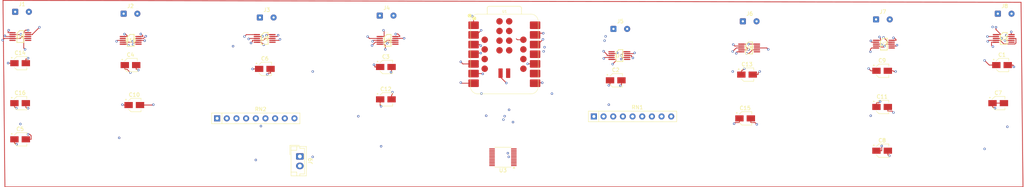
<source format=kicad_pcb>
(kicad_pcb (version 20240108) (generator "pcbnew") (generator_version "8.0")
  (layers (0 "F.Cu" signal) (1 "In1.Cu" signal) (2 "In2.Cu" signal) (3 "In3.Cu" signal) (4 "In4.Cu" signal) (5 "In5.Cu" signal) (6 "In6.Cu" signal) (7 "In7.Cu" signal) (8 "In8.Cu" signal) (9 "In9.Cu" signal) (10 "In10.Cu" signal) (11 "In11.Cu" signal) (12 "In12.Cu" signal) (13 "In13.Cu" signal) (14 "In14.Cu" signal) (15 "In15.Cu" signal) (16 "In16.Cu" signal) (17 "In17.Cu" signal) (18 "In18.Cu" signal) (19 "In19.Cu" signal) (20 "In20.Cu" signal) (21 "In21.Cu" signal) (22 "In22.Cu" signal) (31 "B.Cu" signal) (34 "B.Paste" user) (35 "F.Paste" user) (36 "B.SilkS" user "B.Silkscreen") (37 "F.SilkS" user "F.Silkscreen") (38 "B.Mask" user) (39 "F.Mask" user) (44 "Edge.Cuts" user))
  (net 0 "")
  (net 1 "Net-(U1-GND)")
  (net 2 "Net-(U2-REG)")
  (net 3 "Net-(U4-REG)")
  (net 4 "Net-(U5-REG)")
  (net 5 "Net-(U10-REG)")
  (net 6 "Net-(U6-REG)")
  (net 7 "Net-(U9-REG)")
  (net 8 "Net-(U7-REG)")
  (net 9 "Net-(J1-Pin_1)")
  (net 10 "Net-(J1-Pin_2)")
  (net 11 "Net-(J2-Pin_2)")
  (net 12 "Net-(J2-Pin_1)")
  (net 13 "Net-(J3-Pin_2)")
  (net 14 "Net-(J3-Pin_1)")
  (net 15 "Net-(J4-Pin_1)")
  (net 16 "Net-(J4-Pin_2)")
  (net 17 "Net-(J5-Pin_2)")
  (net 18 "Net-(J5-Pin_1)")
  (net 19 "Net-(J6-Pin_1)")
  (net 20 "Net-(J6-Pin_2)")
  (net 21 "Net-(J7-Pin_1)")
  (net 22 "Net-(J7-Pin_2)")
  (net 23 "Net-(J8-Pin_1)")
  (net 24 "Net-(J8-Pin_2)")
  (net 25 "Net-(J9-Pin_1)")
  (net 26 "Net-(J9-Pin_2)")
  (net 29 "Net-(U1-PA08_A11_D11_SAMD11_TX)")
  (net 31 "Net-(U1-PC01_A1_D1)")
  (net 32 "Net-(U1-PC05_A5_D5_SCL)")
  (net 33 "Net-(U1-PA03_A8_D8_SCK)")
  (net 35 "Net-(U1-PC00_A0_D0)")
  (net 38 "Net-(U1-PC06_A6_D6_TX)")
  (net 41 "Net-(U1-PC02_A2_D2)")
  (net 43 "Net-(U1-PA04_A9_D9_MISO)")
  (net 47 "Net-(U1-PC04_A4_D4_SDA)")
  (net 52 "Net-(U1-PC07_A7_D7_RX)")
  (net 53 "Net-(U1-PC03_A3_D3)")
  (net 56 "Net-(RN1-common)")
  (net 64 "Net-(RN1-R6)")
  (net 65 "Net-(RN1-R7)")
  (net 66 "Net-(RN1-R2)")
  (net 67 "Net-(RN1-R8)")
  (net 68 "Net-(RN1-R5)")
  (net 69 "Net-(RN1-R3)")
  (net 70 "Net-(RN1-R1)")
  (net 71 "Net-(RN1-R4)")
  (net 72 "Net-(RN2-R5)")
  (net 73 "Net-(RN2-R6)")
  (net 74 "Net-(RN2-R7)")
  (net 75 "Net-(RN2-R4)")
  (net 76 "Net-(RN2-R8)")
  (net 77 "Net-(RN2-R2)")
  (net 78 "Net-(RN2-R3)")
  (net 79 "Net-(RN2-R1)")
  (footprint "Capacitor_SMD:CP_Elec_3x5.3" (layer "F.Cu") (at 244.5 40.5)
    (property "Reference" "C11")
    (property "Value" "1 µF")
  )
  (footprint "Capacitor_SMD:CP_Elec_3x5.3" (layer "F.Cu") (at 244.5 31)
    (property "Reference" "C9")
    (property "Value" "1 µF")
  )
  (footprint "DRV2605L:DGS0010A" (layer "F.Cu") (at 244.95 24)
    (property "Reference" "U7")
    (property "Value" "DRV2605LDGS")
  )
  (footprint "Connector_Wire:SolderWire-0.1sqmm_1x02_P3.6mm_D0.4mm_OD1mm" (layer "F.Cu") (at 242.9 17.5)
    (property "Reference" "J7")
    (property "Value" "Conn_01x02")
  )
  (footprint "Capacitor_SMD:CP_Elec_3x5.3" (layer "F.Cu") (at 276 29.5)
    (property "Reference" "C1")
    (property "Value" "1 µF")
  )
  (footprint "DRV2605L:DGS0010A" (layer "F.Cu") (at 82.25 22.5)
    (property "Reference" "U9")
    (property "Value" "DRV2605LDGS")
  )
  (footprint "Capacitor_SMD:CP_Elec_3x5.3" (layer "F.Cu") (at 82.3 30.5)
    (property "Reference" "C6")
    (property "Value" "1 µF")
  )
  (footprint "DRV2605L:DGS0010A" (layer "F.Cu") (at 276.45 22.5)
    (property "Reference" "U2")
    (property "Value" "DRV2605LDGS")
  )
  (footprint "Connector_Wire:SolderWire-0.1sqmm_1x02_P3.6mm_D0.4mm_OD1mm" (layer "F.Cu") (at 274.9 16)
    (property "Reference" "J8")
    (property "Value" "Conn_01x02")
  )
  (footprint "Capacitor_SMD:CP_Elec_3x5.3" (layer "F.Cu") (at 174.5 33.5)
    (property "Reference" "C2")
    (property "Value" "1 µF")
  )
  (footprint "Capacitor_SMD:CP_Elec_3x5.3" (layer "F.Cu") (at 18 49)
    (property "Reference" "C5")
    (property "Value" "1 µF")
  )
  (footprint "DRV2605L:DGS0010A" (layer "F.Cu") (at 114.55 23)
    (property "Reference" "U5")
    (property "Value" "DRV2605LDGS")
  )
  (footprint "Capacitor_SMD:CP_Elec_3x5.3" (layer "F.Cu") (at 48 40)
    (property "Reference" "C10")
    (property "Value" "1 µF")
  )
  (footprint "Capacitor_SMD:CP_Elec_3x5.3" (layer "F.Cu") (at 114.1 30)
    (property "Reference" "C3")
    (property "Value" "1 µF")
  )
  (footprint "Connector_Wire:SolderWire-0.1sqmm_1x02_P3.6mm_D0.4mm_OD1mm" (layer "F.Cu") (at 45.2 16)
    (property "Reference" "J2")
    (property "Value" "Conn_01x02")
  )
  (footprint "Capacitor_SMD:CP_Elec_3x5.3" (layer "F.Cu") (at 208.5 43.5)
    (property "Reference" "C15")
    (property "Value" "1 µF")
  )
  (footprint "DRV2605L:DGS0010A" (layer "F.Cu") (at 209.55 25)
    (property "Reference" "U8")
    (property "Value" "DRV2605LDGS")
  )
  (footprint "Connector_Wire:SolderWire-0.1sqmm_1x02_P3.6mm_D0.4mm_OD1mm" (layer "F.Cu") (at 207.9 18)
    (property "Reference" "J6")
    (property "Value" "Conn_01x02")
  )
  (footprint "Capacitor_SMD:CP_Elec_3x5.3" (layer "F.Cu") (at 18 29)
    (property "Reference" "C14")
    (property "Value" "1 µF")
  )
  (footprint "Connector_Wire:SolderWire-0.1sqmm_1x02_P3.6mm_D0.4mm_OD1mm" (layer "F.Cu") (at 81 17)
    (property "Reference" "J3")
    (property "Value" "Conn_01x02")
  )
  (footprint "Capacitor_SMD:CP_Elec_3x5.3" (layer "F.Cu") (at 209 32)
    (property "Reference" "C13")
    (property "Value" "1 µF")
  )
  (footprint "DRV2605L:DGS0010A" (layer "F.Cu") (at 175.45 27)
    (property "Reference" "U4")
    (property "Value" "DRV2605LDGS")
  )
  (footprint "Resistor_THT:R_Array_SIP9" (layer "F.Cu") (at 69.76 43.5)
    (property "Reference" "RN2")
    (property "Value" "R_Network08_US")
  )
  (footprint "Connector_JST:JST_EH_B2B-EH-A_1x02_P2.50mm_Vertical" (layer "F.Cu") (at 91.5 53.5 -90)
    (property "Reference" "J9")
    (property "Value" "Conn_01x02")
  )
  (footprint "DRV2605L:DGS0010A" (layer "F.Cu") (at 47.05 23)
    (property "Reference" "U10")
    (property "Value" "DRV2605LDGS")
  )
  (footprint "Package_SO:TSSOP-24_4.4x5mm_P0.4mm" (layer "F.Cu") (at 144.8625 53.7 180)
    (property "Reference" "U3")
    (property "Value" "TCA9548APWR")
  )
  (footprint "Connector_Wire:SolderWire-0.1sqmm_1x02_P3.6mm_D0.4mm_OD1mm" (layer "F.Cu") (at 112.5 16.5)
    (property "Reference" "J4")
    (property "Value" "Conn_01x02")
  )
  (footprint "Capacitor_SMD:CP_Elec_3x5.3" (layer "F.Cu") (at 18 39.5)
    (property "Reference" "C16")
    (property "Value" "1 µF")
  )
  (footprint "Resistor_THT:R_Array_SIP9" (layer "F.Cu") (at 168.76 43)
    (property "Reference" "RN1")
    (property "Value" "R_Network08_US")
  )
  (footprint "Capacitor_SMD:CP_Elec_3x5.3" (layer "F.Cu") (at 114.1 38.5)
    (property "Reference" "C12")
    (property "Value" "1 µF")
  )
  (footprint "Connector_Wire:SolderWire-0.1sqmm_1x02_P3.6mm_D0.4mm_OD1mm" (layer "F.Cu") (at 16.7 15.5)
    (property "Reference" "J1")
    (property "Value" "Conn_01x02")
  )
  (footprint "Capacitor_SMD:CP_Elec_3x5.3" (layer "F.Cu") (at 275 39.5)
    (property "Reference" "C7")
    (property "Value" "1 µF")
  )
  (footprint "Capacitor_SMD:CP_Elec_3x5.3" (layer "F.Cu") (at 47 29.5)
    (property "Reference" "C4")
    (property "Value" "1 µF")
  )
  (footprint "Connector_Wire:SolderWire-0.1sqmm_1x02_P3.6mm_D0.4mm_OD1mm" (layer "F.Cu") (at 173.9 20)
    (property "Reference" "J5")
    (property "Value" "Conn_01x02")
  )
  (footprint "DRV2605L:DGS0010A" (layer "F.Cu") (at 18.05 22)
    (property "Reference" "U6")
    (property "Value" "DRV2605LDGS")
  )
  (footprint "SeeedStudio Xiao Series:XIAO-MG24-SMD" (layer "F.Cu") (at 145.23 26.65 90)
    (property "Reference" "U1")
    (property "Value" "XIAO-MG24-SMD")
  )
  (footprint "Capacitor_SMD:CP_Elec_3x5.3" (layer "F.Cu") (at 244.5 52)
    (property "Reference" "C8")
    (property "Value" "1 µF")
  )
  (gr_line (start 281 13) (end 13.5 12.5) (stroke (width 0.2)) (layer "F.Cu") (net 1))
  (gr_line (start 281.5 61.5) (end 281 13) (stroke (width 0.2)) (layer "F.Cu") (net 1))
  (gr_line (start 14 61.5) (end 281.5 61.5) (stroke (width 0.2)) (layer "F.Cu") (net 1))
  (gr_line (start 13.5 12.5) (end 14 61.5) (stroke (width 0.2)) (layer "F.Cu") (net 1))
  (segment (start 16 22.5) (end 17.1517 22.5) (width 0.2) (layer "F.Cu") (net 1))
  (segment (start 46.0926 30.6017) (end 45.5 30.6017) (width 0.2) (layer "F.Cu") (net 1))
  (segment (start 112.6 40.0866) (end 112.6 38.5) (width 0.2) (layer "F.Cu") (net 1))
  (segment (start 178.6517 27) (end 178.6517 27.2515) (width 0.2) (layer "F.Cu") (net 1))
  (segment (start 50.6284 23) (end 49.1 23) (width 0.2) (layer "F.Cu") (net 1))
  (segment (start 16.5 29) (end 14.8673 29) (width 0.2) (layer "F.Cu") (net 1))
  (segment (start 79.0483 23.3081) (end 78.6632 23.6932) (width 0.2) (layer "F.Cu") (net 1))
  (segment (start 272.5333 23) (end 272.2524 23.2809) (width 0.2) (layer "F.Cu") (net 1))
  (segment (start 208.6517 24) (end 208.6517 24.6573) (width 0.2) (layer "F.Cu") (net 1))
  (segment (start 173 34.6017) (end 172.9007 34.6017) (width 0.2) (layer "F.Cu") (net 1))
  (segment (start 80.2 23) (end 81.9174 23) (width 0.2) (layer "F.Cu") (net 1))
  (segment (start 241.5399 31) (end 240.9514 30.4115) (width 0.2) (layer "F.Cu") (net 1))
  (segment (start 79.3796 30.5187) (end 79.3983 30.5) (width 0.2) (layer "F.Cu") (net 1))
  (segment (start 173 33.5) (end 173 34.6017) (width 0.2) (layer "F.Cu") (net 1))
  (segment (start 273.5 39.5) (end 273.5 40.6017) (width 0.2) (layer "F.Cu") (net 1))
  (segment (start 16.5 50.1017) (end 16.8761 50.1017) (width 0.2) (layer "F.Cu") (net 1))
  (segment (start 244.8605 24.7633) (end 245.1238 24.5) (width 0.2) (layer "F.Cu") (net 1))
  (segment (start 153.7494 21.1331) (end 153.3125 21.57) (width 0.2) (layer "F.Cu") (net 1))
  (segment (start 278.5 22.5) (end 279.6517 22.5) (width 0.2) (layer "F.Cu") (net 1))
  (segment (start 207 44.6017) (end 205.8983 44.6017) (width 0.2) (layer "F.Cu") (net 1))
  (segment (start 45.0024 39.9041) (end 44.866 39.9041) (width 0.2) (layer "F.Cu") (net 1))
  (segment (start 214.5707 25.3762) (end 214.1945 25) (width 0.2) (layer "F.Cu") (net 1))
  (segment (start 82.4174 22.5) (end 84.3 22.5) (width 0.2) (layer "F.Cu") (net 1))
  (segment (start 274.1574 40.8293) (end 273.9298 40.6017) (width 0.2) (layer "F.Cu") (net 1))
  (segment (start 276.4785 23.9555) (end 279.3868 23.9555) (width 0.2) (layer "F.Cu") (net 1))
  (segment (start 243 40.5) (end 243 39.3983) (width 0.2) (layer "F.Cu") (net 1))
  (segment (start 111.1983 30) (end 111.1983 29.6271) (width 0.2) (layer "F.Cu") (net 1))
  (segment (start 205.8983 44.6017) (end 205.5947 44.9053) (width 0.2) (layer "F.Cu") (net 1))
  (segment (start 112.6 30) (end 111.1983 30) (width 0.2) (layer "F.Cu") (net 1))
  (segment (start 171.6291 27.5) (end 173.4 27.5) (width 0.2) (layer "F.Cu") (net 1))
  (segment (start 177.5 27) (end 178.6517 27) (width 0.2) (layer "F.Cu") (net 1))
  (segment (start 46.9614 31.4705) (end 46.0926 30.6017) (width 0.2) (layer "F.Cu") (net 1))
  (segment (start 274.4 23) (end 275.523 23) (width 0.2) (layer "F.Cu") (net 1))
  (segment (start 244.4017 52) (end 244.4017 50.7452) (width 0.2) (layer "F.Cu") (net 1))
  (segment (start 47.5895 23.2254) (end 47.3149 23.5) (width 0.2) (layer "F.Cu") (net 1))
  (segment (start 80.8 30.5) (end 79.3983 30.5) (width 0.2) (layer "F.Cu") (net 1))
  (segment (start 111.1983 29.6271) (end 110.9794 29.4082) (width 0.2) (layer "F.Cu") (net 1))
  (segment (start 18.504 22) (end 20.1 22) (width 0.2) (layer "F.Cu") (net 1))
  (segment (start 113.8725 23.5) (end 112.5 23.5) (width 0.2) (layer "F.Cu") (net 1))
  (segment (start 243 31) (end 241.5399 31) (width 0.2) (layer "F.Cu") (net 1))
  (segment (start 79.067 30.5187) (end 79.3796 30.5187) (width 0.2) (layer "F.Cu") (net 1))
  (segment (start 208.6517 24.6573) (end 209.4328 25.4384) (width 0.2) (layer "F.Cu") (net 1))
  (segment (start 243.7745 24.5) (end 244.0378 24.7633) (width 0.2) (layer "F.Cu") (net 1))
  (segment (start 275.523 23) (end 276.4785 23.9555) (width 0.2) (layer "F.Cu") (net 1))
  (segment (start 16.5 49) (end 16.5 50.1017) (width 0.2) (layer "F.Cu") (net 1))
  (segment (start 79.0483 23) (end 79.0483 23.3081) (width 0.2) (layer "F.Cu") (net 1))
  (segment (start 243 52) (end 244.4017 52) (width 0.2) (layer "F.Cu") (net 1))
  (segment (start 279.6517 23.6906) (end 279.6517 22.5) (width 0.2) (layer "F.Cu") (net 1))
  (segment (start 171.3771 27.752) (end 171.6291 27.5) (width 0.2) (layer "F.Cu") (net 1))
  (segment (start 207.5 24) (end 208.6517 24) (width 0.2) (layer "F.Cu") (net 1))
  (segment (start 273.5 39.5) (end 276.5 39.5) (width 0.2) (layer "F.Cu") (net 1))
  (segment (start 17.0014 40.8293) (end 16.7738 40.6017) (width 0.2) (layer "F.Cu") (net 1))
  (segment (start 14.8673 29) (end 14.8348 28.9675) (width 0.2) (layer "F.Cu") (net 1))
  (segment (start 209.4328 25.4384) (end 209.4328 25.44) (width 0.2) (layer "F.Cu") (net 1))
  (segment (start 112.5 23.5) (end 111.3158 23.5) (width 0.2) (layer "F.Cu") (net 1))
  (segment (start 80.2 23) (end 79.0483 23) (width 0.2) (layer "F.Cu") (net 1))
  (segment (start 111.3158 23.5) (end 110.4678 24.348) (width 0.2) (layer "F.Cu") (net 1))
  (segment (start 274.5 29.5) (end 272.6366 29.5) (width 0.2) (layer "F.Cu") (net 1))
  (segment (start 242.9 24.5) (end 243.7745 24.5) (width 0.2) (layer "F.Cu") (net 1))
  (segment (start 47.3149 23.5) (end 45 23.5) (width 0.2) (layer "F.Cu") (net 1))
  (segment (start 45.5 29.5) (end 45.5 30.6017) (width 0.2) (layer "F.Cu") (net 1))
  (segment (start 18.004 22.5) (end 18.504 22) (width 0.2) (layer "F.Cu") (net 1))
  (segment (start 207.5 32) (end 207.5 30.8983) (width 0.2) (layer "F.Cu") (net 1))
  (segment (start 209.3712 25.5) (end 207.5 25.5) (width 0.2) (layer "F.Cu") (net 1))
  (segment (start 214.1945 25) (end 211.6 25) (width 0.2) (layer "F.Cu") (net 1))
  (segment (start 207.8146 30.8983) (end 207.5 30.8983) (width 0.2) (layer "F.Cu") (net 1))
  (segment (start 17.1517 22.5) (end 18.004 22.5) (width 0.2) (layer "F.Cu") (net 1))
  (segment (start 114.3725 23) (end 113.8725 23.5) (width 0.2) (layer "F.Cu") (net 1))
  (segment (start 81.9174 23) (end 82.4174 22.5) (width 0.2) (layer "F.Cu") (net 1))
  (segment (start 45.0983 40) (end 45.0024 39.9041) (width 0.2) (layer "F.Cu") (net 1))
  (segment (start 273.9298 40.6017) (end 273.5 40.6017) (width 0.2) (layer "F.Cu") (net 1))
  (segment (start 243.9474 39.0764) (end 243.6255 39.3983) (width 0.2) (layer "F.Cu") (net 1))
  (segment (start 272.6366 29.5) (end 271.4187 28.2821) (width 0.2) (layer "F.Cu") (net 1))
  (segment (start 16.5 39.5) (end 16.5 40.6017) (width 0.2) (layer "F.Cu") (net 1))
  (segment (start 207 43.5) (end 207 44.6017) (width 0.2) (layer "F.Cu") (net 1))
  (segment (start 155.4575 21.1331) (end 153.7494 21.1331) (width 0.2) (layer "F.Cu") (net 1))
  (segment (start 274.4 23) (end 272.5333 23) (width 0.2) (layer "F.Cu") (net 1))
  (segment (start 247 24) (end 245.6238 24) (width 0.2) (layer "F.Cu") (net 1))
  (segment (start 208.2454 30.4675) (end 207.8146 30.8983) (width 0.2) (layer "F.Cu") (net 1))
  (segment (start 50.7284 23.1) (end 50.6284 23) (width 0.2) (layer "F.Cu") (net 1))
  (segment (start 279.3868 23.9555) (end 279.6517 23.6906) (width 0.2) (layer "F.Cu") (net 1))
  (segment (start 13.3951 22.9415) (end 13.8366 22.5) (width 0.2) (layer "F.Cu") (net 1))
  (segment (start 245.6238 24) (end 245.1238 24.5) (width 0.2) (layer "F.Cu") (net 1))
  (segment (start 243.6255 39.3983) (end 243 39.3983) (width 0.2) (layer "F.Cu") (net 1))
  (segment (start 46.5 40) (end 45.0983 40) (width 0.2) (layer "F.Cu") (net 1))
  (segment (start 244.0378 24.7633) (end 244.8605 24.7633) (width 0.2) (layer "F.Cu") (net 1))
  (segment (start 13.8366 22.5) (end 16 22.5) (width 0.2) (layer "F.Cu") (net 1))
  (segment (start 116.6 23) (end 114.3725 23) (width 0.2) (layer "F.Cu") (net 1))
  (segment (start 172.9007 34.6017) (end 172.6827 34.8197) (width 0.2) (layer "F.Cu") (net 1))
  (segment (start 16.8761 50.1017) (end 17.0955 50.3211) (width 0.2) (layer "F.Cu") (net 1))
  (segment (start 209.4328 25.4384) (end 209.3712 25.5) (width 0.2) (layer "F.Cu") (net 1))
  (segment (start 16.7738 40.6017) (end 16.5 40.6017) (width 0.2) (layer "F.Cu") (net 1))
  (segment (start 178.6517 27.2515) (end 179.0176 27.6174) (width 0.2) (layer "F.Cu") (net 1))
  (segment (start 112.8427 40.3293) (end 112.6 40.0866) (width 0.2) (layer "F.Cu") (net 1))
  (via (at 17.0955 50.3211) (size 0.6) (drill 0.3) (layers "F.Cu" "B.Cu") (net 1))
  (via (at 171.3771 27.752) (size 0.6) (drill 0.3) (layers "F.Cu" "B.Cu") (net 1))
  (via (at 205.5947 44.9053) (size 0.6) (drill 0.3) (layers "F.Cu" "B.Cu") (net 1))
  (via (at 14.8348 28.9675) (size 0.6) (drill 0.3) (layers "F.Cu" "B.Cu") (net 1))
  (via (at 179.0176 27.6174) (size 0.6) (drill 0.3) (layers "F.Cu" "B.Cu") (net 1))
  (via (at 47.5895 23.2254) (size 0.6) (drill 0.3) (layers "F.Cu" "B.Cu") (net 1))
  (via (at 110.4678 24.348) (size 0.6) (drill 0.3) (layers "F.Cu" "B.Cu") (net 1))
  (via (at 172.6827 34.8197) (size 0.6) (drill 0.3) (layers "F.Cu" "B.Cu") (net 1))
  (via (at 112.8427 40.3293) (size 0.6) (drill 0.3) (layers "F.Cu" "B.Cu") (net 1))
  (via (at 208.2454 30.4675) (size 0.6) (drill 0.3) (layers "F.Cu" "B.Cu") (net 1))
  (via (at 50.7284 23.1) (size 0.6) (drill 0.3) (layers "F.Cu" "B.Cu") (net 1))
  (via (at 209.4328 25.44) (size 0.6) (drill 0.3) (layers "F.Cu" "B.Cu") (net 1))
  (via (at 272.2524 23.2809) (size 0.6) (drill 0.3) (layers "F.Cu" "B.Cu") (net 1))
  (via (at 171.5663 23.0869) (size 0.6) (drill 0.3) (layers "F.Cu" "B.Cu") (net 1))
  (via (at 79.067 30.5187) (size 0.6) (drill 0.3) (layers "F.Cu" "B.Cu") (net 1))
  (via (at 46.9614 31.4705) (size 0.6) (drill 0.3) (layers "F.Cu" "B.Cu") (net 1))
  (via (at 244.4017 50.7452) (size 0.6) (drill 0.3) (layers "F.Cu" "B.Cu") (net 1))
  (via (at 243.9474 39.0764) (size 0.6) (drill 0.3) (layers "F.Cu" "B.Cu") (net 1))
  (via (at 44.866 39.9041) (size 0.6) (drill 0.3) (layers "F.Cu" "B.Cu") (net 1))
  (via (at 17.0014 40.8293) (size 0.6) (drill 0.3) (layers "F.Cu" "B.Cu") (net 1))
  (via (at 240.9514 30.4115) (size 0.6) (drill 0.3) (layers "F.Cu" "B.Cu") (net 1))
  (via (at 274.1574 40.8293) (size 0.6) (drill 0.3) (layers "F.Cu" "B.Cu") (net 1))
  (via (at 78.6632 23.6932) (size 0.6) (drill 0.3) (layers "F.Cu" "B.Cu") (net 1))
  (via (at 271.4187 28.2821) (size 0.6) (drill 0.3) (layers "F.Cu" "B.Cu") (net 1))
  (via (at 110.9794 29.4082) (size 0.6) (drill 0.3) (layers "F.Cu" "B.Cu") (net 1))
  (via (at 155.4575 21.1331) (size 0.6) (drill 0.3) (layers "F.Cu" "B.Cu") (net 1))
  (via (at 13.3951 22.9415) (size 0.6) (drill 0.3) (layers "F.Cu" "B.Cu") (net 1))
  (via (at 214.5707 25.3762) (size 0.6) (drill 0.3) (layers "F.Cu" "B.Cu") (net 1))
  (via (at 245.1238 24.5) (size 0.6) (drill 0.3) (layers "F.Cu" "B.Cu") (net 1))
  (segment (start 274.4107 20.172) (end 274.4108 20.172) (width 0.2) (layer "F.Cu") (net 2))
  (segment (start 275.5517 21.3129) (end 275.5517 21.5) (width 0.2) (layer "F.Cu") (net 2))
  (segment (start 274.4107 19.5644) (end 274.4107 20.172) (width 0.2) (layer "F.Cu") (net 2))
  (segment (start 278.9017 29.5) (end 278.9017 29.7507) (width 0.2) (layer "F.Cu") (net 2))
  (segment (start 274.4 21.5) (end 275.5517 21.5) (width 0.2) (layer "F.Cu") (net 2))
  (segment (start 274.4108 20.172) (end 275.5517 21.3129) (width 0.2) (layer "F.Cu") (net 2))
  (segment (start 278.9017 29.7507) (end 279.1257 29.9747) (width 0.2) (layer "F.Cu") (net 2))
  (segment (start 277.5 29.5) (end 278.9017 29.5) (width 0.2) (layer "F.Cu") (net 2))
  (via (at 274.4107 19.5644) (size 0.6) (drill 0.3) (layers "F.Cu" "B.Cu") (net 2))
  (via (at 279.1257 29.9747) (size 0.6) (drill 0.3) (layers "F.Cu" "B.Cu") (net 2))
  (segment (start 175.9964 34.6017) (end 176 34.6017) (width 0.2) (layer "F.Cu") (net 3))
  (segment (start 176 33.5) (end 176 34.6017) (width 0.2) (layer "F.Cu") (net 3))
  (segment (start 175.6747 34.9234) (end 175.9964 34.6017) (width 0.2) (layer "F.Cu") (net 3))
  (via (at 175.6747 34.9234) (size 0.6) (drill 0.3) (layers "F.Cu" "B.Cu") (net 3))
  (segment (start 112.5 22) (end 113.6517 22) (width 0.2) (layer "F.Cu") (net 4))
  (segment (start 113.6517 22) (end 113.6517 20.5488) (width 0.2) (layer "F.Cu") (net 4))
  (segment (start 115.4538 31.3822) (end 115.6 31.236) (width 0.2) (layer "F.Cu") (net 4))
  (segment (start 115.6 31.236) (end 115.6 30) (width 0.2) (layer "F.Cu") (net 4))
  (segment (start 113.6517 20.5488) (end 113.4694 20.3665) (width 0.2) (layer "F.Cu") (net 4))
  (via (at 113.4694 20.3665) (size 0.6) (drill 0.3) (layers "F.Cu" "B.Cu") (net 4))
  (via (at 115.4538 31.3822) (size 0.6) (drill 0.3) (layers "F.Cu" "B.Cu") (net 4))
  (segment (start 45.4114 21.3446) (end 45.6834 21.3446) (width 0.2) (layer "F.Cu") (net 5))
  (segment (start 48.5 29.5) (end 48.5 30.6017) (width 0.2) (layer "F.Cu") (net 5))
  (segment (start 46.1517 21.8129) (end 46.1517 22) (width 0.2) (layer "F.Cu") (net 5))
  (segment (start 45.6834 21.3446) (end 46.1517 21.8129) (width 0.2) (layer "F.Cu") (net 5))
  (segment (start 48.5 30.6017) (end 48.8553 30.6017) (width 0.2) (layer "F.Cu") (net 5))
  (segment (start 48.8553 30.6017) (end 49.0655 30.8119) (width 0.2) (layer "F.Cu") (net 5))
  (segment (start 45 22) (end 46.1517 22) (width 0.2) (layer "F.Cu") (net 5))
  (via (at 45.4114 21.3446) (size 0.6) (drill 0.3) (layers "F.Cu" "B.Cu") (net 5))
  (via (at 49.0655 30.8119) (size 0.6) (drill 0.3) (layers "F.Cu" "B.Cu") (net 5))
  (segment (start 20.5378 47.6852) (end 20.0907 47.6852) (width 0.2) (layer "F.Cu") (net 6))
  (segment (start 19.5 49) (end 20.9017 49) (width 0.2) (layer "F.Cu") (net 6))
  (segment (start 14.8483 20.5033) (end 15.0163 20.3353) (width 0.2) (layer "F.Cu") (net 6))
  (segment (start 20.9017 48.0491) (end 20.5378 47.6852) (width 0.2) (layer "F.Cu") (net 6))
  (segment (start 14.8483 21) (end 14.8483 20.5033) (width 0.2) (layer "F.Cu") (net 6))
  (segment (start 20.9017 49) (end 20.9017 48.0491) (width 0.2) (layer "F.Cu") (net 6))
  (segment (start 16 21) (end 14.8483 21) (width 0.2) (layer "F.Cu") (net 6))
  (via (at 15.0163 20.3353) (size 0.6) (drill 0.3) (layers "F.Cu" "B.Cu") (net 6))
  (via (at 20.0907 47.6852) (size 0.6) (drill 0.3) (layers "F.Cu" "B.Cu") (net 6))
  (segment (start 83.8 30.5) (end 83.8 31.6017) (width 0.2) (layer "F.Cu") (net 7))
  (segment (start 80.2 21.5) (end 79.0483 21.5) (width 0.2) (layer "F.Cu") (net 7))
  (segment (start 77.4474 21.5) (end 76.9387 22.0087) (width 0.2) (layer "F.Cu") (net 7))
  (segment (start 79.0483 21.5) (end 77.4474 21.5) (width 0.2) (layer "F.Cu") (net 7))
  (segment (start 83.2915 31.6017) (end 83.8 31.6017) (width 0.2) (layer "F.Cu") (net 7))
  (segment (start 82.9227 31.9705) (end 83.2915 31.6017) (width 0.2) (layer "F.Cu") (net 7))
  (via (at 76.9387 22.0087) (size 0.6) (drill 0.3) (layers "F.Cu" "B.Cu") (net 7))
  (via (at 82.9227 31.9705) (size 0.6) (drill 0.3) (layers "F.Cu" "B.Cu") (net 7))
  (segment (start 246 52) (end 246 53.1017) (width 0.2) (layer "F.Cu") (net 8))
  (segment (start 244.0517 23) (end 244.0517 22.3885) (width 0.2) (layer "F.Cu") (net 8))
  (segment (start 242.9 23) (end 244.0517 23) (width 0.2) (layer "F.Cu") (net 8))
  (segment (start 246.1492 53.1017) (end 246.3844 53.3369) (width 0.2) (layer "F.Cu") (net 8))
  (segment (start 244.0517 22.3885) (end 243.7816 22.1184) (width 0.2) (layer "F.Cu") (net 8))
  (segment (start 246 53.1017) (end 246.1492 53.1017) (width 0.2) (layer "F.Cu") (net 8))
  (via (at 243.7816 22.1184) (size 0.6) (drill 0.3) (layers "F.Cu" "B.Cu") (net 8))
  (via (at 246.3844 53.3369) (size 0.6) (drill 0.3) (layers "F.Cu" "B.Cu") (net 8))
  (segment (start 18.9483 25.0318) (end 19.2927 25.3762) (width 0.2) (layer "F.Cu") (net 9))
  (segment (start 18.9483 22.5) (end 18.9483 25.0318) (width 0.2) (layer "F.Cu") (net 9))
  (segment (start 20.1 22.5) (end 18.9483 22.5) (width 0.2) (layer "F.Cu") (net 9))
  (via (at 19.2927 25.3762) (size 0.6) (drill 0.3) (layers "F.Cu" "B.Cu") (net 9))
  (segment (start 23.0827 19.5644) (end 21.2517 21.3954) (width 0.2) (layer "F.Cu") (net 10))
  (segment (start 20.1 21.5) (end 21.2517 21.5) (width 0.2) (layer "F.Cu") (net 10))
  (segment (start 21.2517 21.3954) (end 21.2517 21.5) (width 0.2) (layer "F.Cu") (net 10))
  (via (at 23.0827 19.5644) (size 0.6) (drill 0.3) (layers "F.Cu" "B.Cu") (net 10))
  (segment (start 50.4263 22.5) (end 49.1 22.5) (width 0.2) (layer "F.Cu") (net 11))
  (segment (start 51.0176 21.9087) (end 50.4263 22.5) (width 0.2) (layer "F.Cu") (net 11))
  (via (at 51.0176 21.9087) (size 0.6) (drill 0.3) (layers "F.Cu" "B.Cu") (net 11))
  (segment (start 47.6689 24.0707) (end 48.2396 23.5) (width 0.2) (layer "F.Cu") (net 12))
  (segment (start 48.2396 23.5) (end 49.1 23.5) (width 0.2) (layer "F.Cu") (net 12))
  (via (at 47.6689 24.0707) (size 0.6) (drill 0.3) (layers "F.Cu" "B.Cu") (net 12))
  (segment (start 85.7867 21.6569) (end 85.4517 21.9919) (width 0.2) (layer "F.Cu") (net 13))
  (segment (start 85.4517 21.9919) (end 85.4517 22) (width 0.2) (layer "F.Cu") (net 13))
  (segment (start 84.3 22) (end 85.4517 22) (width 0.2) (layer "F.Cu") (net 13))
  (via (at 85.7867 21.6569) (size 0.6) (drill 0.3) (layers "F.Cu" "B.Cu") (net 13))
  (segment (start 86.0231 23) (end 86.2804 22.7427) (width 0.2) (layer "F.Cu") (net 14))
  (segment (start 84.3 23) (end 86.0231 23) (width 0.2) (layer "F.Cu") (net 14))
  (via (at 86.2804 22.7427) (size 0.6) (drill 0.3) (layers "F.Cu" "B.Cu") (net 14))
  (segment (start 114.7233 23.5) (end 114.4617 23.7616) (width 0.2) (layer "F.Cu") (net 15))
  (segment (start 116.6 23.5) (end 114.7233 23.5) (width 0.2) (layer "F.Cu") (net 15))
  (via (at 114.4617 23.7616) (size 0.6) (drill 0.3) (layers "F.Cu" "B.Cu") (net 15))
  (segment (start 116.6 22.5) (end 117.7517 22.5) (width 0.2) (layer "F.Cu") (net 16))
  (segment (start 117.7814 22.4703) (end 117.7517 22.5) (width 0.2) (layer "F.Cu") (net 16))
  (segment (start 118.8864 22.4703) (end 117.7814 22.4703) (width 0.2) (layer "F.Cu") (net 16))
  (via (at 118.8864 22.4703) (size 0.6) (drill 0.3) (layers "F.Cu" "B.Cu") (net 16))
  (segment (start 179.4572 26.3003) (end 179.2575 26.5) (width 0.2) (layer "F.Cu") (net 17))
  (segment (start 179.2575 26.5) (end 177.5 26.5) (width 0.2) (layer "F.Cu") (net 17))
  (via (at 179.4572 26.3003) (size 0.6) (drill 0.3) (layers "F.Cu" "B.Cu") (net 17))
  (segment (start 176.3262 27.5) (end 177.5 27.5) (width 0.2) (layer "F.Cu") (net 18))
  (segment (start 175.9262 27.9) (end 176.3262 27.5) (width 0.2) (layer "F.Cu") (net 18))
  (via (at 175.9262 27.9) (size 0.6) (drill 0.3) (layers "F.Cu" "B.Cu") (net 18))
  (segment (start 209.5276 26.4207) (end 208.8961 26.4207) (width 0.2) (layer "F.Cu") (net 19))
  (segment (start 210.4483 25.5) (end 209.5276 26.4207) (width 0.2) (layer "F.Cu") (net 19))
  (segment (start 211.6 25.5) (end 210.4483 25.5) (width 0.2) (layer "F.Cu") (net 19))
  (via (at 208.8961 26.4207) (size 0.6) (drill 0.3) (layers "F.Cu" "B.Cu") (net 19))
  (segment (start 248.1517 24.4937) (end 248.1517 24.5) (width 0.2) (layer "F.Cu") (net 21))
  (segment (start 248.3954 24.25) (end 248.1517 24.4937) (width 0.2) (layer "F.Cu") (net 21))
  (segment (start 247 24.5) (end 248.1517 24.5) (width 0.2) (layer "F.Cu") (net 21))
  (via (at 248.3954 24.25) (size 0.6) (drill 0.3) (layers "F.Cu" "B.Cu") (net 21))
  (segment (start 245.8483 23.2075) (end 245.8483 23.5) (width 0.2) (layer "F.Cu") (net 22))
  (segment (start 244.8684 22.2276) (end 245.8483 23.2075) (width 0.2) (layer "F.Cu") (net 22))
  (segment (start 247 23.5) (end 245.8483 23.5) (width 0.2) (layer "F.Cu") (net 22))
  (via (at 244.8684 22.2276) (size 0.6) (drill 0.3) (layers "F.Cu" "B.Cu") (net 22))
  (segment (start 278.5 23) (end 277.3483 23) (width 0.2) (layer "F.Cu") (net 23))
  (segment (start 276.7796 23.0104) (end 276.79 23) (width 0.2) (layer "F.Cu") (net 23))
  (segment (start 276.79 23) (end 277.3483 23) (width 0.2) (layer "F.Cu") (net 23))
  (via (at 276.7796 23.0104) (size 0.6) (drill 0.3) (layers "F.Cu" "B.Cu") (net 23))
  (segment (start 277.3483 21.8926) (end 277.1225 21.6668) (width 0.2) (layer "F.Cu") (net 24))
  (segment (start 277.3483 22) (end 277.3483 21.8926) (width 0.2) (layer "F.Cu") (net 24))
  (segment (start 278.5 22) (end 277.3483 22) (width 0.2) (layer "F.Cu") (net 24))
  (via (at 277.1225 21.6668) (size 0.6) (drill 0.3) (layers "F.Cu" "B.Cu") (net 24))
  (segment (start 144.23 31.6248) (end 144.23 32.6863) (width 0.2) (layer "F.Cu") (net 25))
  (segment (start 144.23 32.6863) (end 145.7547 34.211) (width 0.2) (layer "F.Cu") (net 25))
  (via (at 145.7547 34.211) (size 0.6) (drill 0.3) (layers "F.Cu" "B.Cu") (net 25))
  (via (at 94.8907 31.188) (size 0.6) (drill 0.3) (layers "F.Cu" "B.Cu") (net 25))
  (segment (start 150.231 22.84) (end 148.6273 22.84) (width 0.2) (layer "F.Cu") (net 29))
  (segment (start 148.6273 22.84) (end 148.3655 22.5782) (width 0.2) (layer "F.Cu") (net 29))
  (segment (start 173.4 28) (end 174.5517 28) (width 0.2) (layer "F.Cu") (net 31))
  (segment (start 137.9301 21.57) (end 137.1475 21.57) (width 0.2) (layer "F.Cu") (net 31))
  (segment (start 139.1251 20.375) (end 137.9301 21.57) (width 0.2) (layer "F.Cu") (net 31))
  (segment (start 174.5517 28) (end 174.5517 28.376) (width 0.2) (layer "F.Cu") (net 31))
  (segment (start 174.5517 28.376) (end 173.6857 29.242) (width 0.2) (layer "F.Cu") (net 31))
  (via (at 173.6857 29.242) (size 0.6) (drill 0.3) (layers "F.Cu" "B.Cu") (net 31))
  (via (at 171.8459 21.9505) (size 0.6) (drill 0.3) (layers "F.Cu" "B.Cu") (net 31))
  (via (at 139.1251 20.375) (size 0.6) (drill 0.3) (layers "F.Cu" "B.Cu") (net 31))
  (segment (start 139.4682 31.73) (end 139.5571 31.8189) (width 0.2) (layer "F.Cu") (net 32))
  (segment (start 137.1475 31.73) (end 139.4682 31.73) (width 0.2) (layer "F.Cu") (net 32))
  (via (at 139.5571 31.8189) (size 0.6) (drill 0.3) (layers "F.Cu" "B.Cu") (net 32))
  (segment (start 81.3517 23.5) (end 82.011 24.1593) (width 0.2) (layer "F.Cu") (net 33))
  (segment (start 80.2 23.5) (end 81.3517 23.5) (width 0.2) (layer "F.Cu") (net 33))
  (segment (start 82.011 24.1593) (end 82.011 24.1762) (width 0.2) (layer "F.Cu") (net 33))
  (via (at 82.011 24.1762) (size 0.6) (drill 0.3) (layers "F.Cu" "B.Cu") (net 33))
  (segment (start 273.2483 24.2771) (end 273.2483 23.5) (width 0.2) (layer "F.Cu") (net 35))
  (segment (start 137.1475 16.9862) (end 136.7787 16.6174) (width 0.2) (layer "F.Cu") (net 35))
  (segment (start 274.4 23.5) (end 273.2483 23.5) (width 0.2) (layer "F.Cu") (net 35))
  (segment (start 137.1475 19.03) (end 137.1475 16.9862) (width 0.2) (layer "F.Cu") (net 35))
  (segment (start 273.6127 24.6415) (end 273.2483 24.2771) (width 0.2) (layer "F.Cu") (net 35))
  (via (at 273.5127 19.4816) (size 0.6) (drill 0.3) (layers "F.Cu" "B.Cu") (net 35))
  (via (at 273.6127 24.6415) (size 0.6) (drill 0.3) (layers "F.Cu" "B.Cu") (net 35))
  (via (at 136.7787 16.6174) (size 0.6) (drill 0.3) (layers "F.Cu" "B.Cu") (net 35))
  (segment (start 206.3483 26.2392) (end 206.3483 26) (width 0.2) (layer "F.Cu") (net 38))
  (segment (start 133.9628 34.27) (end 133.7867 34.0939) (width 0.2) (layer "F.Cu") (net 38))
  (segment (start 207.5 26) (end 206.3483 26) (width 0.2) (layer "F.Cu") (net 38))
  (segment (start 137.1475 34.27) (end 133.9628 34.27) (width 0.2) (layer "F.Cu") (net 38))
  (segment (start 206.1709 26.4166) (end 206.3483 26.2392) (width 0.2) (layer "F.Cu") (net 38))
  (via (at 133.7867 34.0939) (size 0.6) (drill 0.3) (layers "F.Cu" "B.Cu") (net 38))
  (via (at 205.2494 31.188) (size 0.6) (drill 0.3) (layers "F.Cu" "B.Cu") (net 38))
  (via (at 206.1709 26.4166) (size 0.6) (drill 0.3) (layers "F.Cu" "B.Cu") (net 38))
  (segment (start 112.5 24) (end 113.6517 24) (width 0.2) (layer "F.Cu") (net 41))
  (segment (start 113.9541 24.3024) (end 113.6517 24) (width 0.2) (layer "F.Cu") (net 41))
  (segment (start 138.7555 24.11) (end 139.0589 24.4134) (width 0.2) (layer "F.Cu") (net 41))
  (segment (start 137.1475 24.11) (end 138.7555 24.11) (width 0.2) (layer "F.Cu") (net 41))
  (segment (start 113.9541 25.3762) (end 113.9541 24.3024) (width 0.2) (layer "F.Cu") (net 41))
  (via (at 139.0589 24.4134) (size 0.6) (drill 0.3) (layers "F.Cu" "B.Cu") (net 41))
  (via (at 113.9541 25.3762) (size 0.6) (drill 0.3) (layers "F.Cu" "B.Cu") (net 41))
  (segment (start 153.2909 29.1684) (end 153.3125 29.19) (width 0.2) (layer "F.Cu") (net 43))
  (segment (start 46.1751 24) (end 46.4458 24.2707) (width 0.2) (layer "F.Cu") (net 43))
  (segment (start 151.344 29.1684) (end 153.2909 29.1684) (width 0.2) (layer "F.Cu") (net 43))
  (segment (start 45 24) (end 46.1751 24) (width 0.2) (layer "F.Cu") (net 43))
  (via (at 46.4458 24.2707) (size 0.6) (drill 0.3) (layers "F.Cu" "B.Cu") (net 43))
  (via (at 151.344 29.1684) (size 0.6) (drill 0.3) (layers "F.Cu" "B.Cu") (net 43))
  (segment (start 137.1475 29.19) (end 134.329 29.19) (width 0.2) (layer "F.Cu") (net 47))
  (segment (start 134.329 29.19) (end 133.7867 28.6477) (width 0.2) (layer "F.Cu") (net 47))
  (via (at 133.7867 28.6477) (size 0.6) (drill 0.3) (layers "F.Cu" "B.Cu") (net 47))
  (segment (start 153.4437 34.1388) (end 153.3125 34.27) (width 0.2) (layer "F.Cu") (net 52))
  (segment (start 155.1902 34.1388) (end 153.4437 34.1388) (width 0.2) (layer "F.Cu") (net 52))
  (via (at 155.1902 34.1388) (size 0.6) (drill 0.3) (layers "F.Cu" "B.Cu") (net 52))
  (segment (start 241.7483 25) (end 241.4219 25.3264) (width 0.2) (layer "F.Cu") (net 53))
  (segment (start 241.4219 25.3264) (end 241.4219 25.9857) (width 0.2) (layer "F.Cu") (net 53))
  (segment (start 137.4547 26.3428) (end 137.1475 26.65) (width 0.2) (layer "F.Cu") (net 53))
  (segment (start 139.0589 26.3428) (end 137.4547 26.3428) (width 0.2) (layer "F.Cu") (net 53))
  (segment (start 242.9 25) (end 241.7483 25) (width 0.2) (layer "F.Cu") (net 53))
  (via (at 139.0589 26.3428) (size 0.6) (drill 0.3) (layers "F.Cu" "B.Cu") (net 53))
  (via (at 241.4219 25.9857) (size 0.6) (drill 0.3) (layers "F.Cu" "B.Cu") (net 53))
  (segment (start 117.2736 21.3348) (end 116.6688 21.3348) (width 0.2) (layer "F.Cu") (net 56))
  (segment (start 19.5 27.8983) (end 19.8748 27.8983) (width 0.2) (layer "F.Cu") (net 56))
  (segment (start 210.5 32) (end 211.9017 32) (width 0.2) (layer "F.Cu") (net 56))
  (segment (start 247.1017 41.6017) (end 247.4827 41.9827) (width 0.2) (layer "F.Cu") (net 56))
  (segment (start 20.1 21) (end 18.9483 21) (width 0.2) (layer "F.Cu") (net 56))
  (segment (start 82.6953 21.7087) (end 82.904 21.5) (width 0.2) (layer "F.Cu") (net 56))
  (segment (start 211.6 24) (end 210.4483 24) (width 0.2) (layer "F.Cu") (net 56))
  (segment (start 248.0394 31.188) (end 247.5897 31.188) (width 0.2) (layer "F.Cu") (net 56))
  (segment (start 177.5 26) (end 176.3483 26) (width 0.2) (layer "F.Cu") (net 56))
  (segment (start 211.1017 44.6017) (end 211.5787 45.0787) (width 0.2) (layer "F.Cu") (net 56))
  (segment (start 210 43.5) (end 210 44.6017) (width 0.2) (layer "F.Cu") (net 56))
  (segment (start 248.1517 23) (end 248.1517 22.8129) (width 0.2) (layer "F.Cu") (net 56))
  (segment (start 153.3125 24.11) (end 154.0257 24.11) (width 0.2) (layer "F.Cu") (net 56))
  (segment (start 176.3483 26.5651) (end 175.9242 26.9892) (width 0.2) (layer "F.Cu") (net 56))
  (segment (start 176.3483 26) (end 176.3483 26.5651) (width 0.2) (layer "F.Cu") (net 56))
  (segment (start 116.6 22) (end 117.7517 22) (width 0.2) (layer "F.Cu") (net 56))
  (segment (start 246 41.6017) (end 247.1017 41.6017) (width 0.2) (layer "F.Cu") (net 56))
  (segment (start 247 23) (end 248.1517 23) (width 0.2) (layer "F.Cu") (net 56))
  (segment (start 49.5 40) (end 52.9084 40) (width 0.2) (layer "F.Cu") (net 56))
  (segment (start 50.2517 22) (end 50.2517 21.8129) (width 0.2) (layer "F.Cu") (net 56))
  (segment (start 278.4293 21.4293) (end 278.4293 20.774) (width 0.2) (layer "F.Cu") (net 56))
  (segment (start 115.6 38.5) (end 115.6 37.3983) (width 0.2) (layer "F.Cu") (net 56))
  (segment (start 247.6784 22.3396) (end 247.4841 22.3396) (width 0.2) (layer "F.Cu") (net 56))
  (segment (start 19.5 39.5) (end 19.5 40.6017) (width 0.2) (layer "F.Cu") (net 56))
  (segment (start 210 44.6017) (end 211.1017 44.6017) (width 0.2) (layer "F.Cu") (net 56))
  (segment (start 115.8303 37.168) (end 115.6 37.3983) (width 0.2) (layer "F.Cu") (net 56))
  (segment (start 246 31) (end 247.4017 31) (width 0.2) (layer "F.Cu") (net 56))
  (segment (start 50.2517 21.8129) (end 49.769 21.3302) (width 0.2) (layer "F.Cu") (net 56))
  (segment (start 212.3374 31.188) (end 211.9017 31.6237) (width 0.2) (layer "F.Cu") (net 56))
  (segment (start 20.0923 40.8293) (end 19.7276 40.8293) (width 0.2) (layer "F.Cu") (net 56))
  (segment (start 19.4311 20.3301) (end 20.0907 20.3301) (width 0.2) (layer "F.Cu") (net 56))
  (segment (start 49.1 22) (end 50.2517 22) (width 0.2) (layer "F.Cu") (net 56))
  (segment (start 19.7276 40.8293) (end 19.5 40.6017) (width 0.2) (layer "F.Cu") (net 56))
  (segment (start 18.9483 21) (end 18.9483 20.8129) (width 0.2) (layer "F.Cu") (net 56))
  (segment (start 116.6688 21.3348) (end 116.6688 21.3347) (width 0.2) (layer "F.Cu") (net 56))
  (segment (start 278.5 21.5) (end 278.4293 21.4293) (width 0.2) (layer "F.Cu") (net 56))
  (segment (start 211.9017 31.6237) (end 211.9017 32) (width 0.2) (layer "F.Cu") (net 56))
  (segment (start 210.4322 23.9839) (end 210.4483 24) (width 0.2) (layer "F.Cu") (net 56))
  (segment (start 18.9483 20.8129) (end 19.4311 20.3301) (width 0.2) (layer "F.Cu") (net 56))
  (segment (start 115.8303 36.619) (end 115.8303 37.168) (width 0.2) (layer "F.Cu") (net 56))
  (segment (start 49.769 21.3302) (end 49.7162 21.3302) (width 0.2) (layer "F.Cu") (net 56))
  (segment (start 82.904 21.5) (end 84.3 21.5) (width 0.2) (layer "F.Cu") (net 56))
  (segment (start 19.5 29) (end 19.5 27.8983) (width 0.2) (layer "F.Cu") (net 56))
  (segment (start 117.7517 21.8129) (end 117.2736 21.3348) (width 0.2) (layer "F.Cu") (net 56))
  (segment (start 247.5897 31.188) (end 247.4017 31) (width 0.2) (layer "F.Cu") (net 56))
  (segment (start 117.7517 22) (end 117.7517 21.8129) (width 0.2) (layer "F.Cu") (net 56))
  (segment (start 248.1517 22.8129) (end 247.6784 22.3396) (width 0.2) (layer "F.Cu") (net 56))
  (segment (start 19.8748 27.8983) (end 20.0907 27.6824) (width 0.2) (layer "F.Cu") (net 56))
  (segment (start 52.9084 40) (end 53.0027 39.9057) (width 0.2) (layer "F.Cu") (net 56))
  (segment (start 246 40.5) (end 246 41.6017) (width 0.2) (layer "F.Cu") (net 56))
  (segment (start 154.0257 24.11) (end 155.3812 22.7545) (width 0.2) (layer "F.Cu") (net 56))
  (segment (start 209.4172 23.9839) (end 210.4322 23.9839) (width 0.2) (layer "F.Cu") (net 56))
  (via (at 139.2144 36.9998) (size 0.6) (drill 0.3) (layers "F.Cu" "B.Cu") (net 56))
  (via (at 247.4841 22.3396) (size 0.6) (drill 0.3) (layers "F.Cu" "B.Cu") (net 56))
  (via (at 157.7392 36.9998) (size 0.6) (drill 0.3) (layers "F.Cu" "B.Cu") (net 56))
  (via (at 20.0923 40.8293) (size 0.6) (drill 0.3) (layers "F.Cu" "B.Cu") (net 56))
  (via (at 20.0907 27.6824) (size 0.6) (drill 0.3) (layers "F.Cu" "B.Cu") (net 56))
  (via (at 116.6688 21.3347) (size 0.6) (drill 0.3) (layers "F.Cu" "B.Cu") (net 56))
  (via (at 53.0027 39.9057) (size 0.6) (drill 0.3) (layers "F.Cu" "B.Cu") (net 56))
  (via (at 115.8303 36.619) (size 0.6) (drill 0.3) (layers "F.Cu" "B.Cu") (net 56))
  (via (at 82.6953 21.7087) (size 0.6) (drill 0.3) (layers "F.Cu" "B.Cu") (net 56))
  (via (at 278.4293 20.774) (size 0.6) (drill 0.3) (layers "F.Cu" "B.Cu") (net 56))
  (via (at 20.0907 20.3301) (size 0.6) (drill 0.3) (layers "F.Cu" "B.Cu") (net 56))
  (via (at 248.0394 31.188) (size 0.6) (drill 0.3) (layers "F.Cu" "B.Cu") (net 56))
  (via (at 247.4827 41.9827) (size 0.6) (drill 0.3) (layers "F.Cu" "B.Cu") (net 56))
  (via (at 212.3374 31.188) (size 0.6) (drill 0.3) (layers "F.Cu" "B.Cu") (net 56))
  (via (at 211.5787 45.0787) (size 0.6) (drill 0.3) (layers "F.Cu" "B.Cu") (net 56))
  (via (at 175.9242 26.9892) (size 0.6) (drill 0.3) (layers "F.Cu" "B.Cu") (net 56))
  (via (at 49.7162 21.3302) (size 0.6) (drill 0.3) (layers "F.Cu" "B.Cu") (net 56))
  (via (at 155.3812 22.7545) (size 0.6) (drill 0.3) (layers "F.Cu" "B.Cu") (net 56))
  (via (at 209.4172 23.9839) (size 0.6) (drill 0.3) (layers "F.Cu" "B.Cu") (net 56))
  (segment (start 80.2 22) (end 81.6101 22) (width 0.2) (layer "F.Cu") (net 64))
  (segment (start 81.6101 22) (end 81.6928 21.9173) (width 0.2) (layer "F.Cu") (net 64))
  (via (at 81.2797 45.5234) (size 0.6) (drill 0.3) (layers "F.Cu" "B.Cu") (net 64))
  (via (at 81.6928 21.9173) (size 0.6) (drill 0.3) (layers "F.Cu" "B.Cu") (net 64))
  (segment (start 205.3744 24.1049) (end 205.7695 24.5) (width 0.2) (layer "F.Cu") (net 65))
  (segment (start 205.7695 24.5) (end 207.5 24.5) (width 0.2) (layer "F.Cu") (net 65))
  (via (at 205.3744 24.1049) (size 0.6) (drill 0.3) (layers "F.Cu" "B.Cu") (net 65))
  (segment (start 18.1531 21.5) (end 18.1944 21.4587) (width 0.2) (layer "F.Cu") (net 66))
  (segment (start 16 21.5) (end 18.1531 21.5) (width 0.2) (layer "F.Cu") (net 66))
  (via (at 18.07 44.9813) (size 0.6) (drill 0.3) (layers "F.Cu" "B.Cu") (net 66))
  (via (at 18.1944 21.4587) (size 0.6) (drill 0.3) (layers "F.Cu" "B.Cu") (net 66))
  (segment (start 205.2334 25.9275) (end 206.1609 25) (width 0.2) (layer "F.Cu") (net 67))
  (segment (start 206.1609 25) (end 207.5 25) (width 0.2) (layer "F.Cu") (net 67))
  (via (at 205.2334 25.9275) (size 0.6) (drill 0.3) (layers "F.Cu" "B.Cu") (net 67))
  (segment (start 78.1742 22.5) (end 78.0411 22.6331) (width 0.2) (layer "F.Cu") (net 68))
  (segment (start 80.2 22.5) (end 78.1742 22.5) (width 0.2) (layer "F.Cu") (net 68))
  (via (at 78.0411 22.6331) (size 0.6) (drill 0.3) (layers "F.Cu" "B.Cu") (net 68))
  (via (at 79.9307 54.4352) (size 0.6) (drill 0.3) (layers "F.Cu" "B.Cu") (net 68))
  (segment (start 45 23) (end 43.5904 23) (width 0.2) (layer "F.Cu") (net 69))
  (segment (start 43.5904 23) (end 43.3404 23.25) (width 0.2) (layer "F.Cu") (net 69))
  (via (at 43.3404 23.25) (size 0.6) (drill 0.3) (layers "F.Cu" "B.Cu") (net 69))
  (via (at 44.0267 48.6234) (size 0.6) (drill 0.3) (layers "F.Cu" "B.Cu") (net 69))
  (segment (start 16 22) (end 14.1784 22) (width 0.2) (layer "F.Cu") (net 70))
  (segment (start 14.1784 22) (end 13.9966 21.8182) (width 0.2) (layer "F.Cu") (net 70))
  (via (at 13.9966 21.8182) (size 0.6) (drill 0.3) (layers "F.Cu" "B.Cu") (net 70))
  (via (at 145.3148 42.9122) (size 0.6) (drill 0.3) (layers "F.Cu" "B.Cu") (net 70))
  (via (at 144.9914 43.8364) (size 0.6) (drill 0.3) (layers "F.Cu" "B.Cu") (net 71))
  (segment (start 275.8152 22.5) (end 275.8445 22.4707) (width 0.2) (layer "F.Cu") (net 72))
  (segment (start 274.4 22.5) (end 275.8152 22.5) (width 0.2) (layer "F.Cu") (net 72))
  (via (at 277.4027 45.7175) (size 0.6) (drill 0.3) (layers "F.Cu" "B.Cu") (net 72))
  (via (at 275.8445 22.4707) (size 0.6) (drill 0.3) (layers "F.Cu" "B.Cu") (net 72))
  (segment (start 274.4 22) (end 272.1689 22) (width 0.2) (layer "F.Cu") (net 73))
  (segment (start 272.1689 22) (end 272.168 21.9991) (width 0.2) (layer "F.Cu") (net 73))
  (via (at 146.3893 53.6246) (size 0.6) (drill 0.3) (layers "F.Cu" "B.Cu") (net 73))
  (via (at 272.168 21.9991) (size 0.6) (drill 0.3) (layers "F.Cu" "B.Cu") (net 73))
  (via (at 94.871 53.6246) (size 0.6) (drill 0.3) (layers "F.Cu" "B.Cu") (net 73))
  (via (at 271.4187 51.5293) (size 0.6) (drill 0.3) (layers "F.Cu" "B.Cu") (net 73))
  (segment (start 242.9 24) (end 244.1253 24) (width 0.2) (layer "F.Cu") (net 74))
  (segment (start 244.1253 24) (end 244.2869 24.1616) (width 0.2) (layer "F.Cu") (net 74))
  (via (at 155.7921 24.7958) (size 0.6) (drill 0.3) (layers "F.Cu" "B.Cu") (net 74))
  (via (at 147.5046 44.4755) (size 0.6) (drill 0.3) (layers "F.Cu" "B.Cu") (net 74))
  (via (at 244.2869 24.1616) (size 0.6) (drill 0.3) (layers "F.Cu" "B.Cu") (net 74))
  (segment (start 172.2483 26.7843) (end 171.3265 25.8625) (width 0.2) (layer "F.Cu") (net 75))
  (segment (start 172.2483 27) (end 172.2483 26.7843) (width 0.2) (layer "F.Cu") (net 75))
  (segment (start 173.4 27) (end 172.2483 27) (width 0.2) (layer "F.Cu") (net 75))
  (via (at 146.16 52.6454) (size 0.6) (drill 0.3) (layers "F.Cu" "B.Cu") (net 75))
  (via (at 171.3265 25.8625) (size 0.6) (drill 0.3) (layers "F.Cu" "B.Cu") (net 75))
  (via (at 155.558 25.8966) (size 0.6) (drill 0.3) (layers "F.Cu" "B.Cu") (net 75))
  (segment (start 242.9 23.5) (end 241.7483 23.5) (width 0.2) (layer "F.Cu") (net 76))
  (segment (start 241.7483 23.3713) (end 241.5314 23.1544) (width 0.2) (layer "F.Cu") (net 76))
  (segment (start 241.7483 23.5) (end 241.7483 23.3713) (width 0.2) (layer "F.Cu") (net 76))
  (via (at 241.5314 23.1544) (size 0.6) (drill 0.3) (layers "F.Cu" "B.Cu") (net 76))
  (via (at 241.4987 42.8116) (size 0.6) (drill 0.3) (layers "F.Cu" "B.Cu") (net 76))
  (segment (start 110.8804 23) (end 112.5 23) (width 0.2) (layer "F.Cu") (net 77))
  (segment (start 110.6188 23.2616) (end 110.8804 23) (width 0.2) (layer "F.Cu") (net 77))
  (via (at 140.4619 42.8122) (size 0.6) (drill 0.3) (layers "F.Cu" "B.Cu") (net 77))
  (via (at 106.8587 42.9421) (size 0.6) (drill 0.3) (layers "F.Cu" "B.Cu") (net 77))
  (via (at 110.6188 23.2616) (size 0.6) (drill 0.3) (layers "F.Cu" "B.Cu") (net 77))
  (segment (start 173.4 26.5) (end 174.6627 26.5) (width 0.2) (layer "F.Cu") (net 78))
  (segment (start 174.6627 26.5) (end 174.878 26.2847) (width 0.2) (layer "F.Cu") (net 78))
  (via (at 172.6827 39.9057) (size 0.6) (drill 0.3) (layers "F.Cu" "B.Cu") (net 78))
  (via (at 174.878 26.2847) (size 0.6) (drill 0.3) (layers "F.Cu" "B.Cu") (net 78))
  (via (at 146.4708 41.2599) (size 0.6) (drill 0.3) (layers "F.Cu" "B.Cu") (net 78))
  (segment (start 109.7909 22.5) (end 112.5 22.5) (width 0.2) (layer "F.Cu") (net 79))
  (segment (start 109.3189 22.028) (end 109.7909 22.5) (width 0.2) (layer "F.Cu") (net 79))
  (via (at 73.9467 24.5292) (size 0.6) (drill 0.3) (layers "F.Cu" "B.Cu") (net 79))
  (via (at 112.8427 50.8278) (size 0.6) (drill 0.3) (layers "F.Cu" "B.Cu") (net 79))
  (via (at 109.3189 22.028) (size 0.6) (drill 0.3) (layers "F.Cu" "B.Cu") (net 79))
)
</source>
